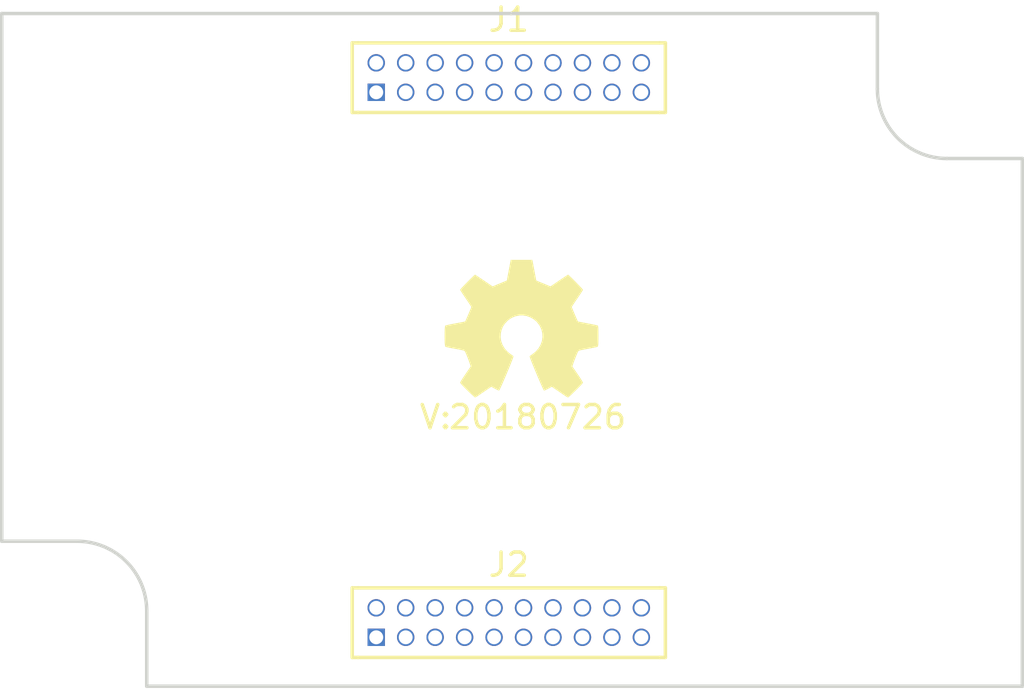
<source format=kicad_pcb>
(kicad_pcb (version 20171130) (host pcbnew 5.0.0-fee4fd1~65~ubuntu18.04.1)

  (general
    (thickness 1.6)
    (drawings 10)
    (tracks 0)
    (zones 0)
    (modules 6)
    (nets 5)
  )

  (page A4)
  (layers
    (0 F.Cu signal)
    (1 In1.Cu signal)
    (2 In2.Cu signal)
    (31 B.Cu signal)
    (32 B.Adhes user)
    (33 F.Adhes user)
    (34 B.Paste user)
    (35 F.Paste user)
    (36 B.SilkS user)
    (37 F.SilkS user)
    (38 B.Mask user)
    (39 F.Mask user)
    (40 Dwgs.User user)
    (41 Cmts.User user)
    (42 Eco1.User user)
    (43 Eco2.User user)
    (44 Edge.Cuts user)
    (45 Margin user)
    (46 B.CrtYd user)
    (47 F.CrtYd user)
    (48 B.Fab user)
    (49 F.Fab user)
  )

  (setup
    (last_trace_width 0.0889)
    (user_trace_width 0.15)
    (user_trace_width 0.2)
    (user_trace_width 0.3)
    (user_trace_width 0.4)
    (user_trace_width 0.6)
    (user_trace_width 1)
    (user_trace_width 1.5)
    (user_trace_width 2)
    (trace_clearance 0.0889)
    (zone_clearance 0.508)
    (zone_45_only no)
    (trace_min 0.0889)
    (segment_width 0.2)
    (edge_width 0.15)
    (via_size 0.45)
    (via_drill 0.2)
    (via_min_size 0.45)
    (via_min_drill 0.2)
    (user_via 0.45 0.2)
    (user_via 0.65 0.4)
    (user_via 0.75 0.6)
    (user_via 0.95 0.8)
    (user_via 1.3 1)
    (user_via 1.5 1.2)
    (user_via 1.7 1.4)
    (user_via 1.9 1.6)
    (uvia_size 0.6)
    (uvia_drill 0.3)
    (uvias_allowed no)
    (uvia_min_size 0.381)
    (uvia_min_drill 0.254)
    (pcb_text_width 0.3)
    (pcb_text_size 1.5 1.5)
    (mod_edge_width 0.15)
    (mod_text_size 1 1)
    (mod_text_width 0.15)
    (pad_size 1.524 1.524)
    (pad_drill 0.762)
    (pad_to_mask_clearance 0.2)
    (aux_axis_origin 0 0)
    (visible_elements FFFFFF7F)
    (pcbplotparams
      (layerselection 0x00030_80000001)
      (usegerberextensions false)
      (usegerberattributes false)
      (usegerberadvancedattributes false)
      (creategerberjobfile false)
      (excludeedgelayer true)
      (linewidth 0.100000)
      (plotframeref false)
      (viasonmask false)
      (mode 1)
      (useauxorigin false)
      (hpglpennumber 1)
      (hpglpenspeed 20)
      (hpglpendiameter 15.000000)
      (psnegative false)
      (psa4output false)
      (plotreference true)
      (plotvalue true)
      (plotinvisibletext false)
      (padsonsilk false)
      (subtractmaskfromsilk false)
      (outputformat 1)
      (mirror false)
      (drillshape 1)
      (scaleselection 1)
      (outputdirectory ""))
  )

  (net 0 "")
  (net 1 VDDA)
  (net 2 VSSA)
  (net 3 VDD)
  (net 4 VSS)

  (net_class Default "This is the default net class."
    (clearance 0.0889)
    (trace_width 0.0889)
    (via_dia 0.45)
    (via_drill 0.2)
    (uvia_dia 0.6)
    (uvia_drill 0.3)
    (add_net VDD)
    (add_net VDDA)
    (add_net VSS)
    (add_net VSSA)
  )

  (module Symbols:OSHW-Symbol_6.7x6mm_SilkScreen (layer F.Cu) (tedit 0) (tstamp 5A135134)
    (at 150.4 99.1)
    (descr "Open Source Hardware Symbol")
    (tags "Logo Symbol OSHW")
    (path /5A135869)
    (attr virtual)
    (fp_text reference N1 (at 0 0) (layer F.SilkS) hide
      (effects (font (size 1 1) (thickness 0.15)))
    )
    (fp_text value OHWLOGO (at 0.75 0) (layer F.Fab) hide
      (effects (font (size 1 1) (thickness 0.15)))
    )
    (fp_poly (pts (xy 0.555814 -2.531069) (xy 0.639635 -2.086445) (xy 0.94892 -1.958947) (xy 1.258206 -1.831449)
      (xy 1.629246 -2.083754) (xy 1.733157 -2.154004) (xy 1.827087 -2.216728) (xy 1.906652 -2.269062)
      (xy 1.96747 -2.308143) (xy 2.005157 -2.331107) (xy 2.015421 -2.336058) (xy 2.03391 -2.323324)
      (xy 2.07342 -2.288118) (xy 2.129522 -2.234938) (xy 2.197787 -2.168282) (xy 2.273786 -2.092646)
      (xy 2.353092 -2.012528) (xy 2.431275 -1.932426) (xy 2.503907 -1.856836) (xy 2.566559 -1.790255)
      (xy 2.614803 -1.737182) (xy 2.64421 -1.702113) (xy 2.651241 -1.690377) (xy 2.641123 -1.66874)
      (xy 2.612759 -1.621338) (xy 2.569129 -1.552807) (xy 2.513218 -1.467785) (xy 2.448006 -1.370907)
      (xy 2.410219 -1.31565) (xy 2.341343 -1.214752) (xy 2.28014 -1.123701) (xy 2.229578 -1.04703)
      (xy 2.192628 -0.989272) (xy 2.172258 -0.954957) (xy 2.169197 -0.947746) (xy 2.176136 -0.927252)
      (xy 2.195051 -0.879487) (xy 2.223087 -0.811168) (xy 2.257391 -0.729011) (xy 2.295109 -0.63973)
      (xy 2.333387 -0.550042) (xy 2.36937 -0.466662) (xy 2.400206 -0.396306) (xy 2.423039 -0.34569)
      (xy 2.435017 -0.321529) (xy 2.435724 -0.320578) (xy 2.454531 -0.315964) (xy 2.504618 -0.305672)
      (xy 2.580793 -0.290713) (xy 2.677865 -0.272099) (xy 2.790643 -0.250841) (xy 2.856442 -0.238582)
      (xy 2.97695 -0.215638) (xy 3.085797 -0.193805) (xy 3.177476 -0.174278) (xy 3.246481 -0.158252)
      (xy 3.287304 -0.146921) (xy 3.295511 -0.143326) (xy 3.303548 -0.118994) (xy 3.310033 -0.064041)
      (xy 3.31497 0.015108) (xy 3.318364 0.112026) (xy 3.320218 0.220287) (xy 3.320538 0.333465)
      (xy 3.319327 0.445135) (xy 3.31659 0.548868) (xy 3.312331 0.638241) (xy 3.306555 0.706826)
      (xy 3.299267 0.748197) (xy 3.294895 0.75681) (xy 3.268764 0.767133) (xy 3.213393 0.781892)
      (xy 3.136107 0.799352) (xy 3.04423 0.81778) (xy 3.012158 0.823741) (xy 2.857524 0.852066)
      (xy 2.735375 0.874876) (xy 2.641673 0.89308) (xy 2.572384 0.907583) (xy 2.523471 0.919292)
      (xy 2.490897 0.929115) (xy 2.470628 0.937956) (xy 2.458626 0.946724) (xy 2.456947 0.948457)
      (xy 2.440184 0.976371) (xy 2.414614 1.030695) (xy 2.382788 1.104777) (xy 2.34726 1.191965)
      (xy 2.310583 1.285608) (xy 2.275311 1.379052) (xy 2.243996 1.465647) (xy 2.219193 1.53874)
      (xy 2.203454 1.591678) (xy 2.199332 1.617811) (xy 2.199676 1.618726) (xy 2.213641 1.640086)
      (xy 2.245322 1.687084) (xy 2.291391 1.754827) (xy 2.348518 1.838423) (xy 2.413373 1.932982)
      (xy 2.431843 1.959854) (xy 2.497699 2.057275) (xy 2.55565 2.146163) (xy 2.602538 2.221412)
      (xy 2.635207 2.27792) (xy 2.6505 2.310581) (xy 2.651241 2.314593) (xy 2.638392 2.335684)
      (xy 2.602888 2.377464) (xy 2.549293 2.435445) (xy 2.482171 2.505135) (xy 2.406087 2.582045)
      (xy 2.325604 2.661683) (xy 2.245287 2.739561) (xy 2.169699 2.811186) (xy 2.103405 2.87207)
      (xy 2.050969 2.917721) (xy 2.016955 2.94365) (xy 2.007545 2.947883) (xy 1.985643 2.937912)
      (xy 1.9408 2.91102) (xy 1.880321 2.871736) (xy 1.833789 2.840117) (xy 1.749475 2.782098)
      (xy 1.649626 2.713784) (xy 1.549473 2.645579) (xy 1.495627 2.609075) (xy 1.313371 2.4858)
      (xy 1.160381 2.56852) (xy 1.090682 2.604759) (xy 1.031414 2.632926) (xy 0.991311 2.648991)
      (xy 0.981103 2.651226) (xy 0.968829 2.634722) (xy 0.944613 2.588082) (xy 0.910263 2.515609)
      (xy 0.867588 2.421606) (xy 0.818394 2.310374) (xy 0.76449 2.186215) (xy 0.707684 2.053432)
      (xy 0.649782 1.916327) (xy 0.592593 1.779202) (xy 0.537924 1.646358) (xy 0.487584 1.522098)
      (xy 0.44338 1.410725) (xy 0.407119 1.316539) (xy 0.380609 1.243844) (xy 0.365658 1.196941)
      (xy 0.363254 1.180833) (xy 0.382311 1.160286) (xy 0.424036 1.126933) (xy 0.479706 1.087702)
      (xy 0.484378 1.084599) (xy 0.628264 0.969423) (xy 0.744283 0.835053) (xy 0.83143 0.685784)
      (xy 0.888699 0.525913) (xy 0.915086 0.359737) (xy 0.909585 0.191552) (xy 0.87119 0.025655)
      (xy 0.798895 -0.133658) (xy 0.777626 -0.168513) (xy 0.666996 -0.309263) (xy 0.536302 -0.422286)
      (xy 0.390064 -0.506997) (xy 0.232808 -0.562806) (xy 0.069057 -0.589126) (xy -0.096667 -0.58537)
      (xy -0.259838 -0.55095) (xy -0.415935 -0.485277) (xy -0.560433 -0.387765) (xy -0.605131 -0.348187)
      (xy -0.718888 -0.224297) (xy -0.801782 -0.093876) (xy -0.858644 0.052315) (xy -0.890313 0.197088)
      (xy -0.898131 0.35986) (xy -0.872062 0.52344) (xy -0.814755 0.682298) (xy -0.728856 0.830906)
      (xy -0.617014 0.963735) (xy -0.481877 1.075256) (xy -0.464117 1.087011) (xy -0.40785 1.125508)
      (xy -0.365077 1.158863) (xy -0.344628 1.18016) (xy -0.344331 1.180833) (xy -0.348721 1.203871)
      (xy -0.366124 1.256157) (xy -0.394732 1.33339) (xy -0.432735 1.431268) (xy -0.478326 1.545491)
      (xy -0.529697 1.671758) (xy -0.585038 1.805767) (xy -0.642542 1.943218) (xy -0.700399 2.079808)
      (xy -0.756802 2.211237) (xy -0.809942 2.333205) (xy -0.85801 2.441409) (xy -0.899199 2.531549)
      (xy -0.931699 2.599323) (xy -0.953703 2.64043) (xy -0.962564 2.651226) (xy -0.98964 2.642819)
      (xy -1.040303 2.620272) (xy -1.105817 2.587613) (xy -1.141841 2.56852) (xy -1.294832 2.4858)
      (xy -1.477088 2.609075) (xy -1.570125 2.672228) (xy -1.671985 2.741727) (xy -1.767438 2.807165)
      (xy -1.81525 2.840117) (xy -1.882495 2.885273) (xy -1.939436 2.921057) (xy -1.978646 2.942938)
      (xy -1.991381 2.947563) (xy -2.009917 2.935085) (xy -2.050941 2.900252) (xy -2.110475 2.846678)
      (xy -2.184542 2.777983) (xy -2.269165 2.697781) (xy -2.322685 2.646286) (xy -2.416319 2.554286)
      (xy -2.497241 2.471999) (xy -2.562177 2.402945) (xy -2.607858 2.350644) (xy -2.631011 2.318616)
      (xy -2.633232 2.312116) (xy -2.622924 2.287394) (xy -2.594439 2.237405) (xy -2.550937 2.167212)
      (xy -2.495577 2.081875) (xy -2.43152 1.986456) (xy -2.413303 1.959854) (xy -2.346927 1.863167)
      (xy -2.287378 1.776117) (xy -2.237984 1.703595) (xy -2.202075 1.650493) (xy -2.182981 1.621703)
      (xy -2.181136 1.618726) (xy -2.183895 1.595782) (xy -2.198538 1.545336) (xy -2.222513 1.474041)
      (xy -2.253266 1.388547) (xy -2.288244 1.295507) (xy -2.324893 1.201574) (xy -2.360661 1.113399)
      (xy -2.392994 1.037634) (xy -2.419338 0.980931) (xy -2.437142 0.949943) (xy -2.438407 0.948457)
      (xy -2.449294 0.939601) (xy -2.467682 0.930843) (xy -2.497606 0.921277) (xy -2.543103 0.909996)
      (xy -2.608209 0.896093) (xy -2.696961 0.878663) (xy -2.813393 0.856798) (xy -2.961542 0.829591)
      (xy -2.993618 0.823741) (xy -3.088686 0.805374) (xy -3.171565 0.787405) (xy -3.23493 0.771569)
      (xy -3.271458 0.7596) (xy -3.276356 0.75681) (xy -3.284427 0.732072) (xy -3.290987 0.67679)
      (xy -3.296033 0.597389) (xy -3.299559 0.500296) (xy -3.301561 0.391938) (xy -3.302036 0.27874)
      (xy -3.300977 0.167128) (xy -3.298382 0.063529) (xy -3.294246 -0.025632) (xy -3.288563 -0.093928)
      (xy -3.281331 -0.134934) (xy -3.276971 -0.143326) (xy -3.252698 -0.151792) (xy -3.197426 -0.165565)
      (xy -3.116662 -0.18345) (xy -3.015912 -0.204252) (xy -2.900683 -0.226777) (xy -2.837902 -0.238582)
      (xy -2.718787 -0.260849) (xy -2.612565 -0.281021) (xy -2.524427 -0.298085) (xy -2.459566 -0.311031)
      (xy -2.423174 -0.318845) (xy -2.417184 -0.320578) (xy -2.407061 -0.34011) (xy -2.385662 -0.387157)
      (xy -2.355839 -0.454997) (xy -2.320445 -0.536909) (xy -2.282332 -0.626172) (xy -2.244353 -0.716065)
      (xy -2.20936 -0.799865) (xy -2.180206 -0.870853) (xy -2.159743 -0.922306) (xy -2.150823 -0.947503)
      (xy -2.150657 -0.948604) (xy -2.160769 -0.968481) (xy -2.189117 -1.014223) (xy -2.232723 -1.081283)
      (xy -2.288606 -1.165116) (xy -2.353787 -1.261174) (xy -2.391679 -1.31635) (xy -2.460725 -1.417519)
      (xy -2.52205 -1.50937) (xy -2.572663 -1.587256) (xy -2.609571 -1.646531) (xy -2.629782 -1.682549)
      (xy -2.632701 -1.690623) (xy -2.620153 -1.709416) (xy -2.585463 -1.749543) (xy -2.533063 -1.806507)
      (xy -2.467384 -1.875815) (xy -2.392856 -1.952969) (xy -2.313913 -2.033475) (xy -2.234983 -2.112837)
      (xy -2.1605 -2.18656) (xy -2.094894 -2.250148) (xy -2.042596 -2.299106) (xy -2.008039 -2.328939)
      (xy -1.996478 -2.336058) (xy -1.977654 -2.326047) (xy -1.932631 -2.297922) (xy -1.865787 -2.254546)
      (xy -1.781499 -2.198782) (xy -1.684144 -2.133494) (xy -1.610707 -2.083754) (xy -1.239667 -1.831449)
      (xy -0.621095 -2.086445) (xy -0.537275 -2.531069) (xy -0.453454 -2.975693) (xy 0.471994 -2.975693)
      (xy 0.555814 -2.531069)) (layer F.SilkS) (width 0.01))
  )

  (module SquantorPcbOutline:MountingHole_2.5mm_no_metal locked (layer F.Cu) (tedit 5B1D0196) (tstamp 5B1D07E7)
    (at 140 88.25)
    (path /5B1CFFB9)
    (fp_text reference H1 (at 0 -3) (layer F.SilkS) hide
      (effects (font (size 1 1) (thickness 0.15)))
    )
    (fp_text value Drill_Hole_no_metal (at 0 3) (layer F.Fab) hide
      (effects (font (size 1 1) (thickness 0.15)))
    )
    (pad "" np_thru_hole circle (at 0 0) (size 2.5 2.5) (drill 2.5) (layers *.Cu *.Mask))
  )

  (module SquantorPcbOutline:MountingHole_2.5mm_no_metal locked (layer F.Cu) (tedit 5B1D018E) (tstamp 5B1D07EC)
    (at 160 111.75)
    (path /5B1D000C)
    (fp_text reference H2 (at 0 -3) (layer F.SilkS) hide
      (effects (font (size 1 1) (thickness 0.15)))
    )
    (fp_text value Drill_Hole_no_metal (at 0 3) (layer F.Fab) hide
      (effects (font (size 1 1) (thickness 0.15)))
    )
    (pad "" np_thru_hole circle (at 0 0) (size 2.5 2.5) (drill 2.5) (layers *.Cu *.Mask))
  )

  (module SquantorConnectors:Header-0127-2X10-H006 (layer F.Cu) (tedit 5B313BA7) (tstamp 5B3652EB)
    (at 149.86 88.265)
    (path /5B1D0821)
    (fp_text reference J1 (at 0 -2.5) (layer F.SilkS)
      (effects (font (size 1 1) (thickness 0.15)))
    )
    (fp_text value Conn_02x10_Odd_Even (at 0 2.5) (layer F.Fab)
      (effects (font (size 1 1) (thickness 0.15)))
    )
    (fp_line (start 6.75 -1.5) (end 6.5 -1.5) (layer F.SilkS) (width 0.15))
    (fp_line (start 6.75 1.5) (end 6.75 -1.5) (layer F.SilkS) (width 0.15))
    (fp_line (start 6.5 1.5) (end 6.75 1.5) (layer F.SilkS) (width 0.15))
    (fp_line (start -6.75 1.5) (end -6.5 1.5) (layer F.SilkS) (width 0.15))
    (fp_line (start -6.75 -1.5) (end -6.75 1.5) (layer F.SilkS) (width 0.15))
    (fp_line (start -6.5 -1.5) (end -6.75 -1.5) (layer F.SilkS) (width 0.15))
    (fp_line (start 6.5 1.5) (end -6.5 1.5) (layer F.SilkS) (width 0.15))
    (fp_line (start -6.5 -1.5) (end 6.5 -1.5) (layer F.SilkS) (width 0.15))
    (pad 1 thru_hole rect (at -5.715 0.63089) (size 0.75 0.75) (drill 0.6) (layers *.Cu *.Mask)
      (net 1 VDDA))
    (pad 2 thru_hole circle (at -5.715 -0.63911) (size 0.75 0.75) (drill 0.6) (layers *.Cu *.Mask)
      (net 1 VDDA))
    (pad 3 thru_hole circle (at -4.445 0.63089) (size 0.75 0.75) (drill 0.6) (layers *.Cu *.Mask)
      (net 2 VSSA))
    (pad 4 thru_hole circle (at -4.445 -0.63911) (size 0.75 0.75) (drill 0.6) (layers *.Cu *.Mask)
      (net 2 VSSA))
    (pad 5 thru_hole circle (at -3.175 0.63089) (size 0.75 0.75) (drill 0.6) (layers *.Cu *.Mask))
    (pad 6 thru_hole circle (at -3.175 -0.63911) (size 0.75 0.75) (drill 0.6) (layers *.Cu *.Mask))
    (pad 7 thru_hole circle (at -1.905 0.63089) (size 0.75 0.75) (drill 0.6) (layers *.Cu *.Mask))
    (pad 8 thru_hole circle (at -1.905 -0.63911) (size 0.75 0.75) (drill 0.6) (layers *.Cu *.Mask))
    (pad 9 thru_hole circle (at -0.635 0.63089) (size 0.75 0.75) (drill 0.6) (layers *.Cu *.Mask))
    (pad 10 thru_hole circle (at -0.635 -0.63911) (size 0.75 0.75) (drill 0.6) (layers *.Cu *.Mask))
    (pad 11 thru_hole circle (at 0.635 0.63089) (size 0.75 0.75) (drill 0.6) (layers *.Cu *.Mask))
    (pad 12 thru_hole circle (at 0.635 -0.63911) (size 0.75 0.75) (drill 0.6) (layers *.Cu *.Mask))
    (pad 13 thru_hole circle (at 1.905 0.63089) (size 0.75 0.75) (drill 0.6) (layers *.Cu *.Mask))
    (pad 14 thru_hole circle (at 1.905 -0.63911) (size 0.75 0.75) (drill 0.6) (layers *.Cu *.Mask))
    (pad 15 thru_hole circle (at 3.175 0.63089) (size 0.75 0.75) (drill 0.6) (layers *.Cu *.Mask))
    (pad 16 thru_hole circle (at 3.175 -0.63911) (size 0.75 0.75) (drill 0.6) (layers *.Cu *.Mask))
    (pad 17 thru_hole circle (at 4.445 0.63089) (size 0.75 0.75) (drill 0.6) (layers *.Cu *.Mask))
    (pad 18 thru_hole circle (at 4.445 -0.63911) (size 0.75 0.75) (drill 0.6) (layers *.Cu *.Mask))
    (pad 19 thru_hole circle (at 5.715 0.63089) (size 0.75 0.75) (drill 0.6) (layers *.Cu *.Mask))
    (pad 20 thru_hole circle (at 5.715 -0.63911) (size 0.75 0.75) (drill 0.6) (layers *.Cu *.Mask))
  )

  (module SquantorConnectors:Header-0127-2X10-H006 (layer F.Cu) (tedit 5B313BA7) (tstamp 5B36530A)
    (at 149.86 111.76)
    (path /5B1D18B3)
    (fp_text reference J2 (at 0 -2.5) (layer F.SilkS)
      (effects (font (size 1 1) (thickness 0.15)))
    )
    (fp_text value Conn_02x10_Odd_Even (at 0 2.5) (layer F.Fab)
      (effects (font (size 1 1) (thickness 0.15)))
    )
    (fp_line (start 6.75 -1.5) (end 6.5 -1.5) (layer F.SilkS) (width 0.15))
    (fp_line (start 6.75 1.5) (end 6.75 -1.5) (layer F.SilkS) (width 0.15))
    (fp_line (start 6.5 1.5) (end 6.75 1.5) (layer F.SilkS) (width 0.15))
    (fp_line (start -6.75 1.5) (end -6.5 1.5) (layer F.SilkS) (width 0.15))
    (fp_line (start -6.75 -1.5) (end -6.75 1.5) (layer F.SilkS) (width 0.15))
    (fp_line (start -6.5 -1.5) (end -6.75 -1.5) (layer F.SilkS) (width 0.15))
    (fp_line (start 6.5 1.5) (end -6.5 1.5) (layer F.SilkS) (width 0.15))
    (fp_line (start -6.5 -1.5) (end 6.5 -1.5) (layer F.SilkS) (width 0.15))
    (pad 1 thru_hole rect (at -5.715 0.63089) (size 0.75 0.75) (drill 0.6) (layers *.Cu *.Mask)
      (net 3 VDD))
    (pad 2 thru_hole circle (at -5.715 -0.63911) (size 0.75 0.75) (drill 0.6) (layers *.Cu *.Mask)
      (net 3 VDD))
    (pad 3 thru_hole circle (at -4.445 0.63089) (size 0.75 0.75) (drill 0.6) (layers *.Cu *.Mask)
      (net 4 VSS))
    (pad 4 thru_hole circle (at -4.445 -0.63911) (size 0.75 0.75) (drill 0.6) (layers *.Cu *.Mask)
      (net 4 VSS))
    (pad 5 thru_hole circle (at -3.175 0.63089) (size 0.75 0.75) (drill 0.6) (layers *.Cu *.Mask))
    (pad 6 thru_hole circle (at -3.175 -0.63911) (size 0.75 0.75) (drill 0.6) (layers *.Cu *.Mask))
    (pad 7 thru_hole circle (at -1.905 0.63089) (size 0.75 0.75) (drill 0.6) (layers *.Cu *.Mask))
    (pad 8 thru_hole circle (at -1.905 -0.63911) (size 0.75 0.75) (drill 0.6) (layers *.Cu *.Mask))
    (pad 9 thru_hole circle (at -0.635 0.63089) (size 0.75 0.75) (drill 0.6) (layers *.Cu *.Mask))
    (pad 10 thru_hole circle (at -0.635 -0.63911) (size 0.75 0.75) (drill 0.6) (layers *.Cu *.Mask))
    (pad 11 thru_hole circle (at 0.635 0.63089) (size 0.75 0.75) (drill 0.6) (layers *.Cu *.Mask))
    (pad 12 thru_hole circle (at 0.635 -0.63911) (size 0.75 0.75) (drill 0.6) (layers *.Cu *.Mask))
    (pad 13 thru_hole circle (at 1.905 0.63089) (size 0.75 0.75) (drill 0.6) (layers *.Cu *.Mask))
    (pad 14 thru_hole circle (at 1.905 -0.63911) (size 0.75 0.75) (drill 0.6) (layers *.Cu *.Mask))
    (pad 15 thru_hole circle (at 3.175 0.63089) (size 0.75 0.75) (drill 0.6) (layers *.Cu *.Mask))
    (pad 16 thru_hole circle (at 3.175 -0.63911) (size 0.75 0.75) (drill 0.6) (layers *.Cu *.Mask))
    (pad 17 thru_hole circle (at 4.445 0.63089) (size 0.75 0.75) (drill 0.6) (layers *.Cu *.Mask))
    (pad 18 thru_hole circle (at 4.445 -0.63911) (size 0.75 0.75) (drill 0.6) (layers *.Cu *.Mask))
    (pad 19 thru_hole circle (at 5.715 0.63089) (size 0.75 0.75) (drill 0.6) (layers *.Cu *.Mask))
    (pad 20 thru_hole circle (at 5.715 -0.63911) (size 0.75 0.75) (drill 0.6) (layers *.Cu *.Mask))
  )

  (module SquantorLabels:Label_version (layer F.Cu) (tedit 5B5A1E49) (tstamp 5B5A21B6)
    (at 151.6 103)
    (path /5A1357A5)
    (fp_text reference N2 (at 0 1.4) (layer F.Fab) hide
      (effects (font (size 1 1) (thickness 0.15)))
    )
    (fp_text value 20180726 (at -0.5 -0.1) (layer F.SilkS)
      (effects (font (size 1 1) (thickness 0.15)))
    )
    (fp_text user V: (at -4.9 -0.1) (layer F.SilkS)
      (effects (font (size 1 1) (thickness 0.15)))
    )
  )

  (gr_line (start 165.75 88.75) (end 165.75 85.5) (layer Edge.Cuts) (width 0.15))
  (gr_line (start 172 91.75) (end 168.75 91.75) (layer Edge.Cuts) (width 0.15))
  (gr_arc (start 168.75 88.75) (end 168.75 91.75) (angle 90) (layer Edge.Cuts) (width 0.15))
  (gr_line (start 134.25 111.25) (end 134.25 114.5) (layer Edge.Cuts) (width 0.15))
  (gr_line (start 128 108.25) (end 131.25 108.25) (layer Edge.Cuts) (width 0.15))
  (gr_arc (start 131.25 111.25) (end 131.25 108.25) (angle 90) (layer Edge.Cuts) (width 0.15))
  (gr_line (start 128 85.5) (end 128 108.25) (layer Edge.Cuts) (width 0.15))
  (gr_line (start 165.75 85.5) (end 128 85.5) (layer Edge.Cuts) (width 0.15))
  (gr_line (start 172 114.5) (end 172 91.75) (layer Edge.Cuts) (width 0.15))
  (gr_line (start 134.25 114.5) (end 172 114.5) (layer Edge.Cuts) (width 0.15))

)

</source>
